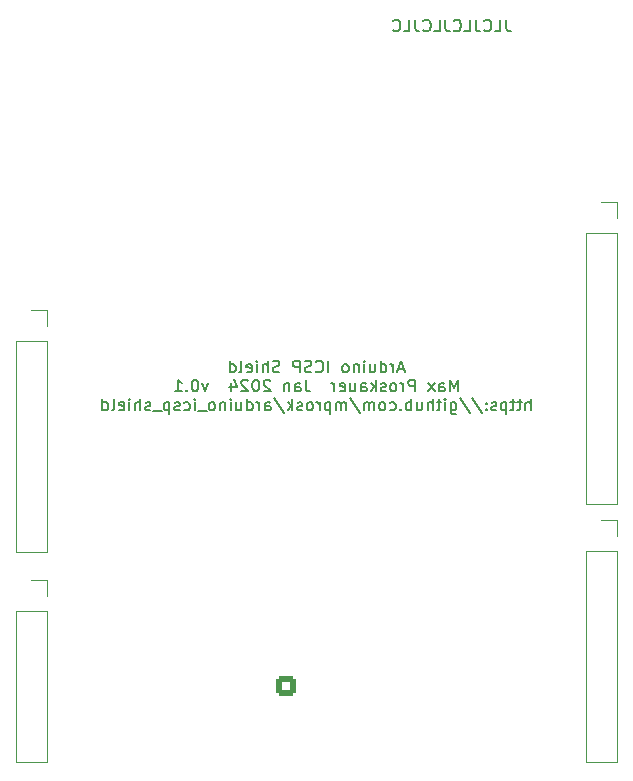
<source format=gbr>
%TF.GenerationSoftware,KiCad,Pcbnew,7.0.10-7.0.10~ubuntu22.04.1*%
%TF.CreationDate,2024-01-23T12:06:19-05:00*%
%TF.ProjectId,arduino_icsp_shield,61726475-696e-46f5-9f69-6373705f7368,0.1*%
%TF.SameCoordinates,Original*%
%TF.FileFunction,Legend,Bot*%
%TF.FilePolarity,Positive*%
%FSLAX46Y46*%
G04 Gerber Fmt 4.6, Leading zero omitted, Abs format (unit mm)*
G04 Created by KiCad (PCBNEW 7.0.10-7.0.10~ubuntu22.04.1) date 2024-01-23 12:06:19*
%MOMM*%
%LPD*%
G01*
G04 APERTURE LIST*
G04 Aperture macros list*
%AMRoundRect*
0 Rectangle with rounded corners*
0 $1 Rounding radius*
0 $2 $3 $4 $5 $6 $7 $8 $9 X,Y pos of 4 corners*
0 Add a 4 corners polygon primitive as box body*
4,1,4,$2,$3,$4,$5,$6,$7,$8,$9,$2,$3,0*
0 Add four circle primitives for the rounded corners*
1,1,$1+$1,$2,$3*
1,1,$1+$1,$4,$5*
1,1,$1+$1,$6,$7*
1,1,$1+$1,$8,$9*
0 Add four rect primitives between the rounded corners*
20,1,$1+$1,$2,$3,$4,$5,0*
20,1,$1+$1,$4,$5,$6,$7,0*
20,1,$1+$1,$6,$7,$8,$9,0*
20,1,$1+$1,$8,$9,$2,$3,0*%
G04 Aperture macros list end*
%ADD10C,0.150000*%
%ADD11C,0.120000*%
%ADD12RoundRect,0.250000X0.600000X-0.600000X0.600000X0.600000X-0.600000X0.600000X-0.600000X-0.600000X0*%
%ADD13C,1.700000*%
%ADD14C,3.200000*%
%ADD15R,1.700000X1.700000*%
%ADD16O,1.700000X1.700000*%
%ADD17R,1.800000X1.800000*%
%ADD18C,1.800000*%
G04 APERTURE END LIST*
D10*
X142719048Y-33414819D02*
X142719048Y-34129104D01*
X142719048Y-34129104D02*
X142766667Y-34271961D01*
X142766667Y-34271961D02*
X142861905Y-34367200D01*
X142861905Y-34367200D02*
X143004762Y-34414819D01*
X143004762Y-34414819D02*
X143100000Y-34414819D01*
X141766667Y-34414819D02*
X142242857Y-34414819D01*
X142242857Y-34414819D02*
X142242857Y-33414819D01*
X140861905Y-34319580D02*
X140909524Y-34367200D01*
X140909524Y-34367200D02*
X141052381Y-34414819D01*
X141052381Y-34414819D02*
X141147619Y-34414819D01*
X141147619Y-34414819D02*
X141290476Y-34367200D01*
X141290476Y-34367200D02*
X141385714Y-34271961D01*
X141385714Y-34271961D02*
X141433333Y-34176723D01*
X141433333Y-34176723D02*
X141480952Y-33986247D01*
X141480952Y-33986247D02*
X141480952Y-33843390D01*
X141480952Y-33843390D02*
X141433333Y-33652914D01*
X141433333Y-33652914D02*
X141385714Y-33557676D01*
X141385714Y-33557676D02*
X141290476Y-33462438D01*
X141290476Y-33462438D02*
X141147619Y-33414819D01*
X141147619Y-33414819D02*
X141052381Y-33414819D01*
X141052381Y-33414819D02*
X140909524Y-33462438D01*
X140909524Y-33462438D02*
X140861905Y-33510057D01*
X140147619Y-33414819D02*
X140147619Y-34129104D01*
X140147619Y-34129104D02*
X140195238Y-34271961D01*
X140195238Y-34271961D02*
X140290476Y-34367200D01*
X140290476Y-34367200D02*
X140433333Y-34414819D01*
X140433333Y-34414819D02*
X140528571Y-34414819D01*
X139195238Y-34414819D02*
X139671428Y-34414819D01*
X139671428Y-34414819D02*
X139671428Y-33414819D01*
X138290476Y-34319580D02*
X138338095Y-34367200D01*
X138338095Y-34367200D02*
X138480952Y-34414819D01*
X138480952Y-34414819D02*
X138576190Y-34414819D01*
X138576190Y-34414819D02*
X138719047Y-34367200D01*
X138719047Y-34367200D02*
X138814285Y-34271961D01*
X138814285Y-34271961D02*
X138861904Y-34176723D01*
X138861904Y-34176723D02*
X138909523Y-33986247D01*
X138909523Y-33986247D02*
X138909523Y-33843390D01*
X138909523Y-33843390D02*
X138861904Y-33652914D01*
X138861904Y-33652914D02*
X138814285Y-33557676D01*
X138814285Y-33557676D02*
X138719047Y-33462438D01*
X138719047Y-33462438D02*
X138576190Y-33414819D01*
X138576190Y-33414819D02*
X138480952Y-33414819D01*
X138480952Y-33414819D02*
X138338095Y-33462438D01*
X138338095Y-33462438D02*
X138290476Y-33510057D01*
X137576190Y-33414819D02*
X137576190Y-34129104D01*
X137576190Y-34129104D02*
X137623809Y-34271961D01*
X137623809Y-34271961D02*
X137719047Y-34367200D01*
X137719047Y-34367200D02*
X137861904Y-34414819D01*
X137861904Y-34414819D02*
X137957142Y-34414819D01*
X136623809Y-34414819D02*
X137099999Y-34414819D01*
X137099999Y-34414819D02*
X137099999Y-33414819D01*
X135719047Y-34319580D02*
X135766666Y-34367200D01*
X135766666Y-34367200D02*
X135909523Y-34414819D01*
X135909523Y-34414819D02*
X136004761Y-34414819D01*
X136004761Y-34414819D02*
X136147618Y-34367200D01*
X136147618Y-34367200D02*
X136242856Y-34271961D01*
X136242856Y-34271961D02*
X136290475Y-34176723D01*
X136290475Y-34176723D02*
X136338094Y-33986247D01*
X136338094Y-33986247D02*
X136338094Y-33843390D01*
X136338094Y-33843390D02*
X136290475Y-33652914D01*
X136290475Y-33652914D02*
X136242856Y-33557676D01*
X136242856Y-33557676D02*
X136147618Y-33462438D01*
X136147618Y-33462438D02*
X136004761Y-33414819D01*
X136004761Y-33414819D02*
X135909523Y-33414819D01*
X135909523Y-33414819D02*
X135766666Y-33462438D01*
X135766666Y-33462438D02*
X135719047Y-33510057D01*
X135004761Y-33414819D02*
X135004761Y-34129104D01*
X135004761Y-34129104D02*
X135052380Y-34271961D01*
X135052380Y-34271961D02*
X135147618Y-34367200D01*
X135147618Y-34367200D02*
X135290475Y-34414819D01*
X135290475Y-34414819D02*
X135385713Y-34414819D01*
X134052380Y-34414819D02*
X134528570Y-34414819D01*
X134528570Y-34414819D02*
X134528570Y-33414819D01*
X133147618Y-34319580D02*
X133195237Y-34367200D01*
X133195237Y-34367200D02*
X133338094Y-34414819D01*
X133338094Y-34414819D02*
X133433332Y-34414819D01*
X133433332Y-34414819D02*
X133576189Y-34367200D01*
X133576189Y-34367200D02*
X133671427Y-34271961D01*
X133671427Y-34271961D02*
X133719046Y-34176723D01*
X133719046Y-34176723D02*
X133766665Y-33986247D01*
X133766665Y-33986247D02*
X133766665Y-33843390D01*
X133766665Y-33843390D02*
X133719046Y-33652914D01*
X133719046Y-33652914D02*
X133671427Y-33557676D01*
X133671427Y-33557676D02*
X133576189Y-33462438D01*
X133576189Y-33462438D02*
X133433332Y-33414819D01*
X133433332Y-33414819D02*
X133338094Y-33414819D01*
X133338094Y-33414819D02*
X133195237Y-33462438D01*
X133195237Y-33462438D02*
X133147618Y-33510057D01*
X134050952Y-62999104D02*
X133574762Y-62999104D01*
X134146190Y-63284819D02*
X133812857Y-62284819D01*
X133812857Y-62284819D02*
X133479524Y-63284819D01*
X133146190Y-63284819D02*
X133146190Y-62618152D01*
X133146190Y-62808628D02*
X133098571Y-62713390D01*
X133098571Y-62713390D02*
X133050952Y-62665771D01*
X133050952Y-62665771D02*
X132955714Y-62618152D01*
X132955714Y-62618152D02*
X132860476Y-62618152D01*
X132098571Y-63284819D02*
X132098571Y-62284819D01*
X132098571Y-63237200D02*
X132193809Y-63284819D01*
X132193809Y-63284819D02*
X132384285Y-63284819D01*
X132384285Y-63284819D02*
X132479523Y-63237200D01*
X132479523Y-63237200D02*
X132527142Y-63189580D01*
X132527142Y-63189580D02*
X132574761Y-63094342D01*
X132574761Y-63094342D02*
X132574761Y-62808628D01*
X132574761Y-62808628D02*
X132527142Y-62713390D01*
X132527142Y-62713390D02*
X132479523Y-62665771D01*
X132479523Y-62665771D02*
X132384285Y-62618152D01*
X132384285Y-62618152D02*
X132193809Y-62618152D01*
X132193809Y-62618152D02*
X132098571Y-62665771D01*
X131193809Y-62618152D02*
X131193809Y-63284819D01*
X131622380Y-62618152D02*
X131622380Y-63141961D01*
X131622380Y-63141961D02*
X131574761Y-63237200D01*
X131574761Y-63237200D02*
X131479523Y-63284819D01*
X131479523Y-63284819D02*
X131336666Y-63284819D01*
X131336666Y-63284819D02*
X131241428Y-63237200D01*
X131241428Y-63237200D02*
X131193809Y-63189580D01*
X130717618Y-63284819D02*
X130717618Y-62618152D01*
X130717618Y-62284819D02*
X130765237Y-62332438D01*
X130765237Y-62332438D02*
X130717618Y-62380057D01*
X130717618Y-62380057D02*
X130669999Y-62332438D01*
X130669999Y-62332438D02*
X130717618Y-62284819D01*
X130717618Y-62284819D02*
X130717618Y-62380057D01*
X130241428Y-62618152D02*
X130241428Y-63284819D01*
X130241428Y-62713390D02*
X130193809Y-62665771D01*
X130193809Y-62665771D02*
X130098571Y-62618152D01*
X130098571Y-62618152D02*
X129955714Y-62618152D01*
X129955714Y-62618152D02*
X129860476Y-62665771D01*
X129860476Y-62665771D02*
X129812857Y-62761009D01*
X129812857Y-62761009D02*
X129812857Y-63284819D01*
X129193809Y-63284819D02*
X129289047Y-63237200D01*
X129289047Y-63237200D02*
X129336666Y-63189580D01*
X129336666Y-63189580D02*
X129384285Y-63094342D01*
X129384285Y-63094342D02*
X129384285Y-62808628D01*
X129384285Y-62808628D02*
X129336666Y-62713390D01*
X129336666Y-62713390D02*
X129289047Y-62665771D01*
X129289047Y-62665771D02*
X129193809Y-62618152D01*
X129193809Y-62618152D02*
X129050952Y-62618152D01*
X129050952Y-62618152D02*
X128955714Y-62665771D01*
X128955714Y-62665771D02*
X128908095Y-62713390D01*
X128908095Y-62713390D02*
X128860476Y-62808628D01*
X128860476Y-62808628D02*
X128860476Y-63094342D01*
X128860476Y-63094342D02*
X128908095Y-63189580D01*
X128908095Y-63189580D02*
X128955714Y-63237200D01*
X128955714Y-63237200D02*
X129050952Y-63284819D01*
X129050952Y-63284819D02*
X129193809Y-63284819D01*
X127669999Y-63284819D02*
X127669999Y-62284819D01*
X126622381Y-63189580D02*
X126670000Y-63237200D01*
X126670000Y-63237200D02*
X126812857Y-63284819D01*
X126812857Y-63284819D02*
X126908095Y-63284819D01*
X126908095Y-63284819D02*
X127050952Y-63237200D01*
X127050952Y-63237200D02*
X127146190Y-63141961D01*
X127146190Y-63141961D02*
X127193809Y-63046723D01*
X127193809Y-63046723D02*
X127241428Y-62856247D01*
X127241428Y-62856247D02*
X127241428Y-62713390D01*
X127241428Y-62713390D02*
X127193809Y-62522914D01*
X127193809Y-62522914D02*
X127146190Y-62427676D01*
X127146190Y-62427676D02*
X127050952Y-62332438D01*
X127050952Y-62332438D02*
X126908095Y-62284819D01*
X126908095Y-62284819D02*
X126812857Y-62284819D01*
X126812857Y-62284819D02*
X126670000Y-62332438D01*
X126670000Y-62332438D02*
X126622381Y-62380057D01*
X126241428Y-63237200D02*
X126098571Y-63284819D01*
X126098571Y-63284819D02*
X125860476Y-63284819D01*
X125860476Y-63284819D02*
X125765238Y-63237200D01*
X125765238Y-63237200D02*
X125717619Y-63189580D01*
X125717619Y-63189580D02*
X125670000Y-63094342D01*
X125670000Y-63094342D02*
X125670000Y-62999104D01*
X125670000Y-62999104D02*
X125717619Y-62903866D01*
X125717619Y-62903866D02*
X125765238Y-62856247D01*
X125765238Y-62856247D02*
X125860476Y-62808628D01*
X125860476Y-62808628D02*
X126050952Y-62761009D01*
X126050952Y-62761009D02*
X126146190Y-62713390D01*
X126146190Y-62713390D02*
X126193809Y-62665771D01*
X126193809Y-62665771D02*
X126241428Y-62570533D01*
X126241428Y-62570533D02*
X126241428Y-62475295D01*
X126241428Y-62475295D02*
X126193809Y-62380057D01*
X126193809Y-62380057D02*
X126146190Y-62332438D01*
X126146190Y-62332438D02*
X126050952Y-62284819D01*
X126050952Y-62284819D02*
X125812857Y-62284819D01*
X125812857Y-62284819D02*
X125670000Y-62332438D01*
X125241428Y-63284819D02*
X125241428Y-62284819D01*
X125241428Y-62284819D02*
X124860476Y-62284819D01*
X124860476Y-62284819D02*
X124765238Y-62332438D01*
X124765238Y-62332438D02*
X124717619Y-62380057D01*
X124717619Y-62380057D02*
X124670000Y-62475295D01*
X124670000Y-62475295D02*
X124670000Y-62618152D01*
X124670000Y-62618152D02*
X124717619Y-62713390D01*
X124717619Y-62713390D02*
X124765238Y-62761009D01*
X124765238Y-62761009D02*
X124860476Y-62808628D01*
X124860476Y-62808628D02*
X125241428Y-62808628D01*
X123527142Y-63237200D02*
X123384285Y-63284819D01*
X123384285Y-63284819D02*
X123146190Y-63284819D01*
X123146190Y-63284819D02*
X123050952Y-63237200D01*
X123050952Y-63237200D02*
X123003333Y-63189580D01*
X123003333Y-63189580D02*
X122955714Y-63094342D01*
X122955714Y-63094342D02*
X122955714Y-62999104D01*
X122955714Y-62999104D02*
X123003333Y-62903866D01*
X123003333Y-62903866D02*
X123050952Y-62856247D01*
X123050952Y-62856247D02*
X123146190Y-62808628D01*
X123146190Y-62808628D02*
X123336666Y-62761009D01*
X123336666Y-62761009D02*
X123431904Y-62713390D01*
X123431904Y-62713390D02*
X123479523Y-62665771D01*
X123479523Y-62665771D02*
X123527142Y-62570533D01*
X123527142Y-62570533D02*
X123527142Y-62475295D01*
X123527142Y-62475295D02*
X123479523Y-62380057D01*
X123479523Y-62380057D02*
X123431904Y-62332438D01*
X123431904Y-62332438D02*
X123336666Y-62284819D01*
X123336666Y-62284819D02*
X123098571Y-62284819D01*
X123098571Y-62284819D02*
X122955714Y-62332438D01*
X122527142Y-63284819D02*
X122527142Y-62284819D01*
X122098571Y-63284819D02*
X122098571Y-62761009D01*
X122098571Y-62761009D02*
X122146190Y-62665771D01*
X122146190Y-62665771D02*
X122241428Y-62618152D01*
X122241428Y-62618152D02*
X122384285Y-62618152D01*
X122384285Y-62618152D02*
X122479523Y-62665771D01*
X122479523Y-62665771D02*
X122527142Y-62713390D01*
X121622380Y-63284819D02*
X121622380Y-62618152D01*
X121622380Y-62284819D02*
X121669999Y-62332438D01*
X121669999Y-62332438D02*
X121622380Y-62380057D01*
X121622380Y-62380057D02*
X121574761Y-62332438D01*
X121574761Y-62332438D02*
X121622380Y-62284819D01*
X121622380Y-62284819D02*
X121622380Y-62380057D01*
X120765238Y-63237200D02*
X120860476Y-63284819D01*
X120860476Y-63284819D02*
X121050952Y-63284819D01*
X121050952Y-63284819D02*
X121146190Y-63237200D01*
X121146190Y-63237200D02*
X121193809Y-63141961D01*
X121193809Y-63141961D02*
X121193809Y-62761009D01*
X121193809Y-62761009D02*
X121146190Y-62665771D01*
X121146190Y-62665771D02*
X121050952Y-62618152D01*
X121050952Y-62618152D02*
X120860476Y-62618152D01*
X120860476Y-62618152D02*
X120765238Y-62665771D01*
X120765238Y-62665771D02*
X120717619Y-62761009D01*
X120717619Y-62761009D02*
X120717619Y-62856247D01*
X120717619Y-62856247D02*
X121193809Y-62951485D01*
X120146190Y-63284819D02*
X120241428Y-63237200D01*
X120241428Y-63237200D02*
X120289047Y-63141961D01*
X120289047Y-63141961D02*
X120289047Y-62284819D01*
X119336666Y-63284819D02*
X119336666Y-62284819D01*
X119336666Y-63237200D02*
X119431904Y-63284819D01*
X119431904Y-63284819D02*
X119622380Y-63284819D01*
X119622380Y-63284819D02*
X119717618Y-63237200D01*
X119717618Y-63237200D02*
X119765237Y-63189580D01*
X119765237Y-63189580D02*
X119812856Y-63094342D01*
X119812856Y-63094342D02*
X119812856Y-62808628D01*
X119812856Y-62808628D02*
X119765237Y-62713390D01*
X119765237Y-62713390D02*
X119717618Y-62665771D01*
X119717618Y-62665771D02*
X119622380Y-62618152D01*
X119622380Y-62618152D02*
X119431904Y-62618152D01*
X119431904Y-62618152D02*
X119336666Y-62665771D01*
X138622382Y-64894819D02*
X138622382Y-63894819D01*
X138622382Y-63894819D02*
X138289049Y-64609104D01*
X138289049Y-64609104D02*
X137955716Y-63894819D01*
X137955716Y-63894819D02*
X137955716Y-64894819D01*
X137050954Y-64894819D02*
X137050954Y-64371009D01*
X137050954Y-64371009D02*
X137098573Y-64275771D01*
X137098573Y-64275771D02*
X137193811Y-64228152D01*
X137193811Y-64228152D02*
X137384287Y-64228152D01*
X137384287Y-64228152D02*
X137479525Y-64275771D01*
X137050954Y-64847200D02*
X137146192Y-64894819D01*
X137146192Y-64894819D02*
X137384287Y-64894819D01*
X137384287Y-64894819D02*
X137479525Y-64847200D01*
X137479525Y-64847200D02*
X137527144Y-64751961D01*
X137527144Y-64751961D02*
X137527144Y-64656723D01*
X137527144Y-64656723D02*
X137479525Y-64561485D01*
X137479525Y-64561485D02*
X137384287Y-64513866D01*
X137384287Y-64513866D02*
X137146192Y-64513866D01*
X137146192Y-64513866D02*
X137050954Y-64466247D01*
X136670001Y-64894819D02*
X136146192Y-64228152D01*
X136670001Y-64228152D02*
X136146192Y-64894819D01*
X135003334Y-64894819D02*
X135003334Y-63894819D01*
X135003334Y-63894819D02*
X134622382Y-63894819D01*
X134622382Y-63894819D02*
X134527144Y-63942438D01*
X134527144Y-63942438D02*
X134479525Y-63990057D01*
X134479525Y-63990057D02*
X134431906Y-64085295D01*
X134431906Y-64085295D02*
X134431906Y-64228152D01*
X134431906Y-64228152D02*
X134479525Y-64323390D01*
X134479525Y-64323390D02*
X134527144Y-64371009D01*
X134527144Y-64371009D02*
X134622382Y-64418628D01*
X134622382Y-64418628D02*
X135003334Y-64418628D01*
X134003334Y-64894819D02*
X134003334Y-64228152D01*
X134003334Y-64418628D02*
X133955715Y-64323390D01*
X133955715Y-64323390D02*
X133908096Y-64275771D01*
X133908096Y-64275771D02*
X133812858Y-64228152D01*
X133812858Y-64228152D02*
X133717620Y-64228152D01*
X133241429Y-64894819D02*
X133336667Y-64847200D01*
X133336667Y-64847200D02*
X133384286Y-64799580D01*
X133384286Y-64799580D02*
X133431905Y-64704342D01*
X133431905Y-64704342D02*
X133431905Y-64418628D01*
X133431905Y-64418628D02*
X133384286Y-64323390D01*
X133384286Y-64323390D02*
X133336667Y-64275771D01*
X133336667Y-64275771D02*
X133241429Y-64228152D01*
X133241429Y-64228152D02*
X133098572Y-64228152D01*
X133098572Y-64228152D02*
X133003334Y-64275771D01*
X133003334Y-64275771D02*
X132955715Y-64323390D01*
X132955715Y-64323390D02*
X132908096Y-64418628D01*
X132908096Y-64418628D02*
X132908096Y-64704342D01*
X132908096Y-64704342D02*
X132955715Y-64799580D01*
X132955715Y-64799580D02*
X133003334Y-64847200D01*
X133003334Y-64847200D02*
X133098572Y-64894819D01*
X133098572Y-64894819D02*
X133241429Y-64894819D01*
X132527143Y-64847200D02*
X132431905Y-64894819D01*
X132431905Y-64894819D02*
X132241429Y-64894819D01*
X132241429Y-64894819D02*
X132146191Y-64847200D01*
X132146191Y-64847200D02*
X132098572Y-64751961D01*
X132098572Y-64751961D02*
X132098572Y-64704342D01*
X132098572Y-64704342D02*
X132146191Y-64609104D01*
X132146191Y-64609104D02*
X132241429Y-64561485D01*
X132241429Y-64561485D02*
X132384286Y-64561485D01*
X132384286Y-64561485D02*
X132479524Y-64513866D01*
X132479524Y-64513866D02*
X132527143Y-64418628D01*
X132527143Y-64418628D02*
X132527143Y-64371009D01*
X132527143Y-64371009D02*
X132479524Y-64275771D01*
X132479524Y-64275771D02*
X132384286Y-64228152D01*
X132384286Y-64228152D02*
X132241429Y-64228152D01*
X132241429Y-64228152D02*
X132146191Y-64275771D01*
X131670000Y-64894819D02*
X131670000Y-63894819D01*
X131574762Y-64513866D02*
X131289048Y-64894819D01*
X131289048Y-64228152D02*
X131670000Y-64609104D01*
X130431905Y-64894819D02*
X130431905Y-64371009D01*
X130431905Y-64371009D02*
X130479524Y-64275771D01*
X130479524Y-64275771D02*
X130574762Y-64228152D01*
X130574762Y-64228152D02*
X130765238Y-64228152D01*
X130765238Y-64228152D02*
X130860476Y-64275771D01*
X130431905Y-64847200D02*
X130527143Y-64894819D01*
X130527143Y-64894819D02*
X130765238Y-64894819D01*
X130765238Y-64894819D02*
X130860476Y-64847200D01*
X130860476Y-64847200D02*
X130908095Y-64751961D01*
X130908095Y-64751961D02*
X130908095Y-64656723D01*
X130908095Y-64656723D02*
X130860476Y-64561485D01*
X130860476Y-64561485D02*
X130765238Y-64513866D01*
X130765238Y-64513866D02*
X130527143Y-64513866D01*
X130527143Y-64513866D02*
X130431905Y-64466247D01*
X129527143Y-64228152D02*
X129527143Y-64894819D01*
X129955714Y-64228152D02*
X129955714Y-64751961D01*
X129955714Y-64751961D02*
X129908095Y-64847200D01*
X129908095Y-64847200D02*
X129812857Y-64894819D01*
X129812857Y-64894819D02*
X129670000Y-64894819D01*
X129670000Y-64894819D02*
X129574762Y-64847200D01*
X129574762Y-64847200D02*
X129527143Y-64799580D01*
X128670000Y-64847200D02*
X128765238Y-64894819D01*
X128765238Y-64894819D02*
X128955714Y-64894819D01*
X128955714Y-64894819D02*
X129050952Y-64847200D01*
X129050952Y-64847200D02*
X129098571Y-64751961D01*
X129098571Y-64751961D02*
X129098571Y-64371009D01*
X129098571Y-64371009D02*
X129050952Y-64275771D01*
X129050952Y-64275771D02*
X128955714Y-64228152D01*
X128955714Y-64228152D02*
X128765238Y-64228152D01*
X128765238Y-64228152D02*
X128670000Y-64275771D01*
X128670000Y-64275771D02*
X128622381Y-64371009D01*
X128622381Y-64371009D02*
X128622381Y-64466247D01*
X128622381Y-64466247D02*
X129098571Y-64561485D01*
X128193809Y-64894819D02*
X128193809Y-64228152D01*
X128193809Y-64418628D02*
X128146190Y-64323390D01*
X128146190Y-64323390D02*
X128098571Y-64275771D01*
X128098571Y-64275771D02*
X128003333Y-64228152D01*
X128003333Y-64228152D02*
X127908095Y-64228152D01*
X125765237Y-63894819D02*
X125765237Y-64609104D01*
X125765237Y-64609104D02*
X125812856Y-64751961D01*
X125812856Y-64751961D02*
X125908094Y-64847200D01*
X125908094Y-64847200D02*
X126050951Y-64894819D01*
X126050951Y-64894819D02*
X126146189Y-64894819D01*
X124860475Y-64894819D02*
X124860475Y-64371009D01*
X124860475Y-64371009D02*
X124908094Y-64275771D01*
X124908094Y-64275771D02*
X125003332Y-64228152D01*
X125003332Y-64228152D02*
X125193808Y-64228152D01*
X125193808Y-64228152D02*
X125289046Y-64275771D01*
X124860475Y-64847200D02*
X124955713Y-64894819D01*
X124955713Y-64894819D02*
X125193808Y-64894819D01*
X125193808Y-64894819D02*
X125289046Y-64847200D01*
X125289046Y-64847200D02*
X125336665Y-64751961D01*
X125336665Y-64751961D02*
X125336665Y-64656723D01*
X125336665Y-64656723D02*
X125289046Y-64561485D01*
X125289046Y-64561485D02*
X125193808Y-64513866D01*
X125193808Y-64513866D02*
X124955713Y-64513866D01*
X124955713Y-64513866D02*
X124860475Y-64466247D01*
X124384284Y-64228152D02*
X124384284Y-64894819D01*
X124384284Y-64323390D02*
X124336665Y-64275771D01*
X124336665Y-64275771D02*
X124241427Y-64228152D01*
X124241427Y-64228152D02*
X124098570Y-64228152D01*
X124098570Y-64228152D02*
X124003332Y-64275771D01*
X124003332Y-64275771D02*
X123955713Y-64371009D01*
X123955713Y-64371009D02*
X123955713Y-64894819D01*
X122765236Y-63990057D02*
X122717617Y-63942438D01*
X122717617Y-63942438D02*
X122622379Y-63894819D01*
X122622379Y-63894819D02*
X122384284Y-63894819D01*
X122384284Y-63894819D02*
X122289046Y-63942438D01*
X122289046Y-63942438D02*
X122241427Y-63990057D01*
X122241427Y-63990057D02*
X122193808Y-64085295D01*
X122193808Y-64085295D02*
X122193808Y-64180533D01*
X122193808Y-64180533D02*
X122241427Y-64323390D01*
X122241427Y-64323390D02*
X122812855Y-64894819D01*
X122812855Y-64894819D02*
X122193808Y-64894819D01*
X121574760Y-63894819D02*
X121479522Y-63894819D01*
X121479522Y-63894819D02*
X121384284Y-63942438D01*
X121384284Y-63942438D02*
X121336665Y-63990057D01*
X121336665Y-63990057D02*
X121289046Y-64085295D01*
X121289046Y-64085295D02*
X121241427Y-64275771D01*
X121241427Y-64275771D02*
X121241427Y-64513866D01*
X121241427Y-64513866D02*
X121289046Y-64704342D01*
X121289046Y-64704342D02*
X121336665Y-64799580D01*
X121336665Y-64799580D02*
X121384284Y-64847200D01*
X121384284Y-64847200D02*
X121479522Y-64894819D01*
X121479522Y-64894819D02*
X121574760Y-64894819D01*
X121574760Y-64894819D02*
X121669998Y-64847200D01*
X121669998Y-64847200D02*
X121717617Y-64799580D01*
X121717617Y-64799580D02*
X121765236Y-64704342D01*
X121765236Y-64704342D02*
X121812855Y-64513866D01*
X121812855Y-64513866D02*
X121812855Y-64275771D01*
X121812855Y-64275771D02*
X121765236Y-64085295D01*
X121765236Y-64085295D02*
X121717617Y-63990057D01*
X121717617Y-63990057D02*
X121669998Y-63942438D01*
X121669998Y-63942438D02*
X121574760Y-63894819D01*
X120860474Y-63990057D02*
X120812855Y-63942438D01*
X120812855Y-63942438D02*
X120717617Y-63894819D01*
X120717617Y-63894819D02*
X120479522Y-63894819D01*
X120479522Y-63894819D02*
X120384284Y-63942438D01*
X120384284Y-63942438D02*
X120336665Y-63990057D01*
X120336665Y-63990057D02*
X120289046Y-64085295D01*
X120289046Y-64085295D02*
X120289046Y-64180533D01*
X120289046Y-64180533D02*
X120336665Y-64323390D01*
X120336665Y-64323390D02*
X120908093Y-64894819D01*
X120908093Y-64894819D02*
X120289046Y-64894819D01*
X119431903Y-64228152D02*
X119431903Y-64894819D01*
X119669998Y-63847200D02*
X119908093Y-64561485D01*
X119908093Y-64561485D02*
X119289046Y-64561485D01*
X117479521Y-64228152D02*
X117241426Y-64894819D01*
X117241426Y-64894819D02*
X117003331Y-64228152D01*
X116431902Y-63894819D02*
X116336664Y-63894819D01*
X116336664Y-63894819D02*
X116241426Y-63942438D01*
X116241426Y-63942438D02*
X116193807Y-63990057D01*
X116193807Y-63990057D02*
X116146188Y-64085295D01*
X116146188Y-64085295D02*
X116098569Y-64275771D01*
X116098569Y-64275771D02*
X116098569Y-64513866D01*
X116098569Y-64513866D02*
X116146188Y-64704342D01*
X116146188Y-64704342D02*
X116193807Y-64799580D01*
X116193807Y-64799580D02*
X116241426Y-64847200D01*
X116241426Y-64847200D02*
X116336664Y-64894819D01*
X116336664Y-64894819D02*
X116431902Y-64894819D01*
X116431902Y-64894819D02*
X116527140Y-64847200D01*
X116527140Y-64847200D02*
X116574759Y-64799580D01*
X116574759Y-64799580D02*
X116622378Y-64704342D01*
X116622378Y-64704342D02*
X116669997Y-64513866D01*
X116669997Y-64513866D02*
X116669997Y-64275771D01*
X116669997Y-64275771D02*
X116622378Y-64085295D01*
X116622378Y-64085295D02*
X116574759Y-63990057D01*
X116574759Y-63990057D02*
X116527140Y-63942438D01*
X116527140Y-63942438D02*
X116431902Y-63894819D01*
X115669997Y-64799580D02*
X115622378Y-64847200D01*
X115622378Y-64847200D02*
X115669997Y-64894819D01*
X115669997Y-64894819D02*
X115717616Y-64847200D01*
X115717616Y-64847200D02*
X115669997Y-64799580D01*
X115669997Y-64799580D02*
X115669997Y-64894819D01*
X114669998Y-64894819D02*
X115241426Y-64894819D01*
X114955712Y-64894819D02*
X114955712Y-63894819D01*
X114955712Y-63894819D02*
X115050950Y-64037676D01*
X115050950Y-64037676D02*
X115146188Y-64132914D01*
X115146188Y-64132914D02*
X115241426Y-64180533D01*
X144789048Y-66504819D02*
X144789048Y-65504819D01*
X144360477Y-66504819D02*
X144360477Y-65981009D01*
X144360477Y-65981009D02*
X144408096Y-65885771D01*
X144408096Y-65885771D02*
X144503334Y-65838152D01*
X144503334Y-65838152D02*
X144646191Y-65838152D01*
X144646191Y-65838152D02*
X144741429Y-65885771D01*
X144741429Y-65885771D02*
X144789048Y-65933390D01*
X144027143Y-65838152D02*
X143646191Y-65838152D01*
X143884286Y-65504819D02*
X143884286Y-66361961D01*
X143884286Y-66361961D02*
X143836667Y-66457200D01*
X143836667Y-66457200D02*
X143741429Y-66504819D01*
X143741429Y-66504819D02*
X143646191Y-66504819D01*
X143455714Y-65838152D02*
X143074762Y-65838152D01*
X143312857Y-65504819D02*
X143312857Y-66361961D01*
X143312857Y-66361961D02*
X143265238Y-66457200D01*
X143265238Y-66457200D02*
X143170000Y-66504819D01*
X143170000Y-66504819D02*
X143074762Y-66504819D01*
X142741428Y-65838152D02*
X142741428Y-66838152D01*
X142741428Y-65885771D02*
X142646190Y-65838152D01*
X142646190Y-65838152D02*
X142455714Y-65838152D01*
X142455714Y-65838152D02*
X142360476Y-65885771D01*
X142360476Y-65885771D02*
X142312857Y-65933390D01*
X142312857Y-65933390D02*
X142265238Y-66028628D01*
X142265238Y-66028628D02*
X142265238Y-66314342D01*
X142265238Y-66314342D02*
X142312857Y-66409580D01*
X142312857Y-66409580D02*
X142360476Y-66457200D01*
X142360476Y-66457200D02*
X142455714Y-66504819D01*
X142455714Y-66504819D02*
X142646190Y-66504819D01*
X142646190Y-66504819D02*
X142741428Y-66457200D01*
X141884285Y-66457200D02*
X141789047Y-66504819D01*
X141789047Y-66504819D02*
X141598571Y-66504819D01*
X141598571Y-66504819D02*
X141503333Y-66457200D01*
X141503333Y-66457200D02*
X141455714Y-66361961D01*
X141455714Y-66361961D02*
X141455714Y-66314342D01*
X141455714Y-66314342D02*
X141503333Y-66219104D01*
X141503333Y-66219104D02*
X141598571Y-66171485D01*
X141598571Y-66171485D02*
X141741428Y-66171485D01*
X141741428Y-66171485D02*
X141836666Y-66123866D01*
X141836666Y-66123866D02*
X141884285Y-66028628D01*
X141884285Y-66028628D02*
X141884285Y-65981009D01*
X141884285Y-65981009D02*
X141836666Y-65885771D01*
X141836666Y-65885771D02*
X141741428Y-65838152D01*
X141741428Y-65838152D02*
X141598571Y-65838152D01*
X141598571Y-65838152D02*
X141503333Y-65885771D01*
X141027142Y-66409580D02*
X140979523Y-66457200D01*
X140979523Y-66457200D02*
X141027142Y-66504819D01*
X141027142Y-66504819D02*
X141074761Y-66457200D01*
X141074761Y-66457200D02*
X141027142Y-66409580D01*
X141027142Y-66409580D02*
X141027142Y-66504819D01*
X141027142Y-65885771D02*
X140979523Y-65933390D01*
X140979523Y-65933390D02*
X141027142Y-65981009D01*
X141027142Y-65981009D02*
X141074761Y-65933390D01*
X141074761Y-65933390D02*
X141027142Y-65885771D01*
X141027142Y-65885771D02*
X141027142Y-65981009D01*
X139836667Y-65457200D02*
X140693809Y-66742914D01*
X138789048Y-65457200D02*
X139646190Y-66742914D01*
X138027143Y-65838152D02*
X138027143Y-66647676D01*
X138027143Y-66647676D02*
X138074762Y-66742914D01*
X138074762Y-66742914D02*
X138122381Y-66790533D01*
X138122381Y-66790533D02*
X138217619Y-66838152D01*
X138217619Y-66838152D02*
X138360476Y-66838152D01*
X138360476Y-66838152D02*
X138455714Y-66790533D01*
X138027143Y-66457200D02*
X138122381Y-66504819D01*
X138122381Y-66504819D02*
X138312857Y-66504819D01*
X138312857Y-66504819D02*
X138408095Y-66457200D01*
X138408095Y-66457200D02*
X138455714Y-66409580D01*
X138455714Y-66409580D02*
X138503333Y-66314342D01*
X138503333Y-66314342D02*
X138503333Y-66028628D01*
X138503333Y-66028628D02*
X138455714Y-65933390D01*
X138455714Y-65933390D02*
X138408095Y-65885771D01*
X138408095Y-65885771D02*
X138312857Y-65838152D01*
X138312857Y-65838152D02*
X138122381Y-65838152D01*
X138122381Y-65838152D02*
X138027143Y-65885771D01*
X137550952Y-66504819D02*
X137550952Y-65838152D01*
X137550952Y-65504819D02*
X137598571Y-65552438D01*
X137598571Y-65552438D02*
X137550952Y-65600057D01*
X137550952Y-65600057D02*
X137503333Y-65552438D01*
X137503333Y-65552438D02*
X137550952Y-65504819D01*
X137550952Y-65504819D02*
X137550952Y-65600057D01*
X137217619Y-65838152D02*
X136836667Y-65838152D01*
X137074762Y-65504819D02*
X137074762Y-66361961D01*
X137074762Y-66361961D02*
X137027143Y-66457200D01*
X137027143Y-66457200D02*
X136931905Y-66504819D01*
X136931905Y-66504819D02*
X136836667Y-66504819D01*
X136503333Y-66504819D02*
X136503333Y-65504819D01*
X136074762Y-66504819D02*
X136074762Y-65981009D01*
X136074762Y-65981009D02*
X136122381Y-65885771D01*
X136122381Y-65885771D02*
X136217619Y-65838152D01*
X136217619Y-65838152D02*
X136360476Y-65838152D01*
X136360476Y-65838152D02*
X136455714Y-65885771D01*
X136455714Y-65885771D02*
X136503333Y-65933390D01*
X135170000Y-65838152D02*
X135170000Y-66504819D01*
X135598571Y-65838152D02*
X135598571Y-66361961D01*
X135598571Y-66361961D02*
X135550952Y-66457200D01*
X135550952Y-66457200D02*
X135455714Y-66504819D01*
X135455714Y-66504819D02*
X135312857Y-66504819D01*
X135312857Y-66504819D02*
X135217619Y-66457200D01*
X135217619Y-66457200D02*
X135170000Y-66409580D01*
X134693809Y-66504819D02*
X134693809Y-65504819D01*
X134693809Y-65885771D02*
X134598571Y-65838152D01*
X134598571Y-65838152D02*
X134408095Y-65838152D01*
X134408095Y-65838152D02*
X134312857Y-65885771D01*
X134312857Y-65885771D02*
X134265238Y-65933390D01*
X134265238Y-65933390D02*
X134217619Y-66028628D01*
X134217619Y-66028628D02*
X134217619Y-66314342D01*
X134217619Y-66314342D02*
X134265238Y-66409580D01*
X134265238Y-66409580D02*
X134312857Y-66457200D01*
X134312857Y-66457200D02*
X134408095Y-66504819D01*
X134408095Y-66504819D02*
X134598571Y-66504819D01*
X134598571Y-66504819D02*
X134693809Y-66457200D01*
X133789047Y-66409580D02*
X133741428Y-66457200D01*
X133741428Y-66457200D02*
X133789047Y-66504819D01*
X133789047Y-66504819D02*
X133836666Y-66457200D01*
X133836666Y-66457200D02*
X133789047Y-66409580D01*
X133789047Y-66409580D02*
X133789047Y-66504819D01*
X132884286Y-66457200D02*
X132979524Y-66504819D01*
X132979524Y-66504819D02*
X133170000Y-66504819D01*
X133170000Y-66504819D02*
X133265238Y-66457200D01*
X133265238Y-66457200D02*
X133312857Y-66409580D01*
X133312857Y-66409580D02*
X133360476Y-66314342D01*
X133360476Y-66314342D02*
X133360476Y-66028628D01*
X133360476Y-66028628D02*
X133312857Y-65933390D01*
X133312857Y-65933390D02*
X133265238Y-65885771D01*
X133265238Y-65885771D02*
X133170000Y-65838152D01*
X133170000Y-65838152D02*
X132979524Y-65838152D01*
X132979524Y-65838152D02*
X132884286Y-65885771D01*
X132312857Y-66504819D02*
X132408095Y-66457200D01*
X132408095Y-66457200D02*
X132455714Y-66409580D01*
X132455714Y-66409580D02*
X132503333Y-66314342D01*
X132503333Y-66314342D02*
X132503333Y-66028628D01*
X132503333Y-66028628D02*
X132455714Y-65933390D01*
X132455714Y-65933390D02*
X132408095Y-65885771D01*
X132408095Y-65885771D02*
X132312857Y-65838152D01*
X132312857Y-65838152D02*
X132170000Y-65838152D01*
X132170000Y-65838152D02*
X132074762Y-65885771D01*
X132074762Y-65885771D02*
X132027143Y-65933390D01*
X132027143Y-65933390D02*
X131979524Y-66028628D01*
X131979524Y-66028628D02*
X131979524Y-66314342D01*
X131979524Y-66314342D02*
X132027143Y-66409580D01*
X132027143Y-66409580D02*
X132074762Y-66457200D01*
X132074762Y-66457200D02*
X132170000Y-66504819D01*
X132170000Y-66504819D02*
X132312857Y-66504819D01*
X131550952Y-66504819D02*
X131550952Y-65838152D01*
X131550952Y-65933390D02*
X131503333Y-65885771D01*
X131503333Y-65885771D02*
X131408095Y-65838152D01*
X131408095Y-65838152D02*
X131265238Y-65838152D01*
X131265238Y-65838152D02*
X131170000Y-65885771D01*
X131170000Y-65885771D02*
X131122381Y-65981009D01*
X131122381Y-65981009D02*
X131122381Y-66504819D01*
X131122381Y-65981009D02*
X131074762Y-65885771D01*
X131074762Y-65885771D02*
X130979524Y-65838152D01*
X130979524Y-65838152D02*
X130836667Y-65838152D01*
X130836667Y-65838152D02*
X130741428Y-65885771D01*
X130741428Y-65885771D02*
X130693809Y-65981009D01*
X130693809Y-65981009D02*
X130693809Y-66504819D01*
X129503334Y-65457200D02*
X130360476Y-66742914D01*
X129170000Y-66504819D02*
X129170000Y-65838152D01*
X129170000Y-65933390D02*
X129122381Y-65885771D01*
X129122381Y-65885771D02*
X129027143Y-65838152D01*
X129027143Y-65838152D02*
X128884286Y-65838152D01*
X128884286Y-65838152D02*
X128789048Y-65885771D01*
X128789048Y-65885771D02*
X128741429Y-65981009D01*
X128741429Y-65981009D02*
X128741429Y-66504819D01*
X128741429Y-65981009D02*
X128693810Y-65885771D01*
X128693810Y-65885771D02*
X128598572Y-65838152D01*
X128598572Y-65838152D02*
X128455715Y-65838152D01*
X128455715Y-65838152D02*
X128360476Y-65885771D01*
X128360476Y-65885771D02*
X128312857Y-65981009D01*
X128312857Y-65981009D02*
X128312857Y-66504819D01*
X127836667Y-65838152D02*
X127836667Y-66838152D01*
X127836667Y-65885771D02*
X127741429Y-65838152D01*
X127741429Y-65838152D02*
X127550953Y-65838152D01*
X127550953Y-65838152D02*
X127455715Y-65885771D01*
X127455715Y-65885771D02*
X127408096Y-65933390D01*
X127408096Y-65933390D02*
X127360477Y-66028628D01*
X127360477Y-66028628D02*
X127360477Y-66314342D01*
X127360477Y-66314342D02*
X127408096Y-66409580D01*
X127408096Y-66409580D02*
X127455715Y-66457200D01*
X127455715Y-66457200D02*
X127550953Y-66504819D01*
X127550953Y-66504819D02*
X127741429Y-66504819D01*
X127741429Y-66504819D02*
X127836667Y-66457200D01*
X126931905Y-66504819D02*
X126931905Y-65838152D01*
X126931905Y-66028628D02*
X126884286Y-65933390D01*
X126884286Y-65933390D02*
X126836667Y-65885771D01*
X126836667Y-65885771D02*
X126741429Y-65838152D01*
X126741429Y-65838152D02*
X126646191Y-65838152D01*
X126170000Y-66504819D02*
X126265238Y-66457200D01*
X126265238Y-66457200D02*
X126312857Y-66409580D01*
X126312857Y-66409580D02*
X126360476Y-66314342D01*
X126360476Y-66314342D02*
X126360476Y-66028628D01*
X126360476Y-66028628D02*
X126312857Y-65933390D01*
X126312857Y-65933390D02*
X126265238Y-65885771D01*
X126265238Y-65885771D02*
X126170000Y-65838152D01*
X126170000Y-65838152D02*
X126027143Y-65838152D01*
X126027143Y-65838152D02*
X125931905Y-65885771D01*
X125931905Y-65885771D02*
X125884286Y-65933390D01*
X125884286Y-65933390D02*
X125836667Y-66028628D01*
X125836667Y-66028628D02*
X125836667Y-66314342D01*
X125836667Y-66314342D02*
X125884286Y-66409580D01*
X125884286Y-66409580D02*
X125931905Y-66457200D01*
X125931905Y-66457200D02*
X126027143Y-66504819D01*
X126027143Y-66504819D02*
X126170000Y-66504819D01*
X125455714Y-66457200D02*
X125360476Y-66504819D01*
X125360476Y-66504819D02*
X125170000Y-66504819D01*
X125170000Y-66504819D02*
X125074762Y-66457200D01*
X125074762Y-66457200D02*
X125027143Y-66361961D01*
X125027143Y-66361961D02*
X125027143Y-66314342D01*
X125027143Y-66314342D02*
X125074762Y-66219104D01*
X125074762Y-66219104D02*
X125170000Y-66171485D01*
X125170000Y-66171485D02*
X125312857Y-66171485D01*
X125312857Y-66171485D02*
X125408095Y-66123866D01*
X125408095Y-66123866D02*
X125455714Y-66028628D01*
X125455714Y-66028628D02*
X125455714Y-65981009D01*
X125455714Y-65981009D02*
X125408095Y-65885771D01*
X125408095Y-65885771D02*
X125312857Y-65838152D01*
X125312857Y-65838152D02*
X125170000Y-65838152D01*
X125170000Y-65838152D02*
X125074762Y-65885771D01*
X124598571Y-66504819D02*
X124598571Y-65504819D01*
X124503333Y-66123866D02*
X124217619Y-66504819D01*
X124217619Y-65838152D02*
X124598571Y-66219104D01*
X123074762Y-65457200D02*
X123931904Y-66742914D01*
X122312857Y-66504819D02*
X122312857Y-65981009D01*
X122312857Y-65981009D02*
X122360476Y-65885771D01*
X122360476Y-65885771D02*
X122455714Y-65838152D01*
X122455714Y-65838152D02*
X122646190Y-65838152D01*
X122646190Y-65838152D02*
X122741428Y-65885771D01*
X122312857Y-66457200D02*
X122408095Y-66504819D01*
X122408095Y-66504819D02*
X122646190Y-66504819D01*
X122646190Y-66504819D02*
X122741428Y-66457200D01*
X122741428Y-66457200D02*
X122789047Y-66361961D01*
X122789047Y-66361961D02*
X122789047Y-66266723D01*
X122789047Y-66266723D02*
X122741428Y-66171485D01*
X122741428Y-66171485D02*
X122646190Y-66123866D01*
X122646190Y-66123866D02*
X122408095Y-66123866D01*
X122408095Y-66123866D02*
X122312857Y-66076247D01*
X121836666Y-66504819D02*
X121836666Y-65838152D01*
X121836666Y-66028628D02*
X121789047Y-65933390D01*
X121789047Y-65933390D02*
X121741428Y-65885771D01*
X121741428Y-65885771D02*
X121646190Y-65838152D01*
X121646190Y-65838152D02*
X121550952Y-65838152D01*
X120789047Y-66504819D02*
X120789047Y-65504819D01*
X120789047Y-66457200D02*
X120884285Y-66504819D01*
X120884285Y-66504819D02*
X121074761Y-66504819D01*
X121074761Y-66504819D02*
X121169999Y-66457200D01*
X121169999Y-66457200D02*
X121217618Y-66409580D01*
X121217618Y-66409580D02*
X121265237Y-66314342D01*
X121265237Y-66314342D02*
X121265237Y-66028628D01*
X121265237Y-66028628D02*
X121217618Y-65933390D01*
X121217618Y-65933390D02*
X121169999Y-65885771D01*
X121169999Y-65885771D02*
X121074761Y-65838152D01*
X121074761Y-65838152D02*
X120884285Y-65838152D01*
X120884285Y-65838152D02*
X120789047Y-65885771D01*
X119884285Y-65838152D02*
X119884285Y-66504819D01*
X120312856Y-65838152D02*
X120312856Y-66361961D01*
X120312856Y-66361961D02*
X120265237Y-66457200D01*
X120265237Y-66457200D02*
X120169999Y-66504819D01*
X120169999Y-66504819D02*
X120027142Y-66504819D01*
X120027142Y-66504819D02*
X119931904Y-66457200D01*
X119931904Y-66457200D02*
X119884285Y-66409580D01*
X119408094Y-66504819D02*
X119408094Y-65838152D01*
X119408094Y-65504819D02*
X119455713Y-65552438D01*
X119455713Y-65552438D02*
X119408094Y-65600057D01*
X119408094Y-65600057D02*
X119360475Y-65552438D01*
X119360475Y-65552438D02*
X119408094Y-65504819D01*
X119408094Y-65504819D02*
X119408094Y-65600057D01*
X118931904Y-65838152D02*
X118931904Y-66504819D01*
X118931904Y-65933390D02*
X118884285Y-65885771D01*
X118884285Y-65885771D02*
X118789047Y-65838152D01*
X118789047Y-65838152D02*
X118646190Y-65838152D01*
X118646190Y-65838152D02*
X118550952Y-65885771D01*
X118550952Y-65885771D02*
X118503333Y-65981009D01*
X118503333Y-65981009D02*
X118503333Y-66504819D01*
X117884285Y-66504819D02*
X117979523Y-66457200D01*
X117979523Y-66457200D02*
X118027142Y-66409580D01*
X118027142Y-66409580D02*
X118074761Y-66314342D01*
X118074761Y-66314342D02*
X118074761Y-66028628D01*
X118074761Y-66028628D02*
X118027142Y-65933390D01*
X118027142Y-65933390D02*
X117979523Y-65885771D01*
X117979523Y-65885771D02*
X117884285Y-65838152D01*
X117884285Y-65838152D02*
X117741428Y-65838152D01*
X117741428Y-65838152D02*
X117646190Y-65885771D01*
X117646190Y-65885771D02*
X117598571Y-65933390D01*
X117598571Y-65933390D02*
X117550952Y-66028628D01*
X117550952Y-66028628D02*
X117550952Y-66314342D01*
X117550952Y-66314342D02*
X117598571Y-66409580D01*
X117598571Y-66409580D02*
X117646190Y-66457200D01*
X117646190Y-66457200D02*
X117741428Y-66504819D01*
X117741428Y-66504819D02*
X117884285Y-66504819D01*
X117360476Y-66600057D02*
X116598571Y-66600057D01*
X116360475Y-66504819D02*
X116360475Y-65838152D01*
X116360475Y-65504819D02*
X116408094Y-65552438D01*
X116408094Y-65552438D02*
X116360475Y-65600057D01*
X116360475Y-65600057D02*
X116312856Y-65552438D01*
X116312856Y-65552438D02*
X116360475Y-65504819D01*
X116360475Y-65504819D02*
X116360475Y-65600057D01*
X115455714Y-66457200D02*
X115550952Y-66504819D01*
X115550952Y-66504819D02*
X115741428Y-66504819D01*
X115741428Y-66504819D02*
X115836666Y-66457200D01*
X115836666Y-66457200D02*
X115884285Y-66409580D01*
X115884285Y-66409580D02*
X115931904Y-66314342D01*
X115931904Y-66314342D02*
X115931904Y-66028628D01*
X115931904Y-66028628D02*
X115884285Y-65933390D01*
X115884285Y-65933390D02*
X115836666Y-65885771D01*
X115836666Y-65885771D02*
X115741428Y-65838152D01*
X115741428Y-65838152D02*
X115550952Y-65838152D01*
X115550952Y-65838152D02*
X115455714Y-65885771D01*
X115074761Y-66457200D02*
X114979523Y-66504819D01*
X114979523Y-66504819D02*
X114789047Y-66504819D01*
X114789047Y-66504819D02*
X114693809Y-66457200D01*
X114693809Y-66457200D02*
X114646190Y-66361961D01*
X114646190Y-66361961D02*
X114646190Y-66314342D01*
X114646190Y-66314342D02*
X114693809Y-66219104D01*
X114693809Y-66219104D02*
X114789047Y-66171485D01*
X114789047Y-66171485D02*
X114931904Y-66171485D01*
X114931904Y-66171485D02*
X115027142Y-66123866D01*
X115027142Y-66123866D02*
X115074761Y-66028628D01*
X115074761Y-66028628D02*
X115074761Y-65981009D01*
X115074761Y-65981009D02*
X115027142Y-65885771D01*
X115027142Y-65885771D02*
X114931904Y-65838152D01*
X114931904Y-65838152D02*
X114789047Y-65838152D01*
X114789047Y-65838152D02*
X114693809Y-65885771D01*
X114217618Y-65838152D02*
X114217618Y-66838152D01*
X114217618Y-65885771D02*
X114122380Y-65838152D01*
X114122380Y-65838152D02*
X113931904Y-65838152D01*
X113931904Y-65838152D02*
X113836666Y-65885771D01*
X113836666Y-65885771D02*
X113789047Y-65933390D01*
X113789047Y-65933390D02*
X113741428Y-66028628D01*
X113741428Y-66028628D02*
X113741428Y-66314342D01*
X113741428Y-66314342D02*
X113789047Y-66409580D01*
X113789047Y-66409580D02*
X113836666Y-66457200D01*
X113836666Y-66457200D02*
X113931904Y-66504819D01*
X113931904Y-66504819D02*
X114122380Y-66504819D01*
X114122380Y-66504819D02*
X114217618Y-66457200D01*
X113550952Y-66600057D02*
X112789047Y-66600057D01*
X112598570Y-66457200D02*
X112503332Y-66504819D01*
X112503332Y-66504819D02*
X112312856Y-66504819D01*
X112312856Y-66504819D02*
X112217618Y-66457200D01*
X112217618Y-66457200D02*
X112169999Y-66361961D01*
X112169999Y-66361961D02*
X112169999Y-66314342D01*
X112169999Y-66314342D02*
X112217618Y-66219104D01*
X112217618Y-66219104D02*
X112312856Y-66171485D01*
X112312856Y-66171485D02*
X112455713Y-66171485D01*
X112455713Y-66171485D02*
X112550951Y-66123866D01*
X112550951Y-66123866D02*
X112598570Y-66028628D01*
X112598570Y-66028628D02*
X112598570Y-65981009D01*
X112598570Y-65981009D02*
X112550951Y-65885771D01*
X112550951Y-65885771D02*
X112455713Y-65838152D01*
X112455713Y-65838152D02*
X112312856Y-65838152D01*
X112312856Y-65838152D02*
X112217618Y-65885771D01*
X111741427Y-66504819D02*
X111741427Y-65504819D01*
X111312856Y-66504819D02*
X111312856Y-65981009D01*
X111312856Y-65981009D02*
X111360475Y-65885771D01*
X111360475Y-65885771D02*
X111455713Y-65838152D01*
X111455713Y-65838152D02*
X111598570Y-65838152D01*
X111598570Y-65838152D02*
X111693808Y-65885771D01*
X111693808Y-65885771D02*
X111741427Y-65933390D01*
X110836665Y-66504819D02*
X110836665Y-65838152D01*
X110836665Y-65504819D02*
X110884284Y-65552438D01*
X110884284Y-65552438D02*
X110836665Y-65600057D01*
X110836665Y-65600057D02*
X110789046Y-65552438D01*
X110789046Y-65552438D02*
X110836665Y-65504819D01*
X110836665Y-65504819D02*
X110836665Y-65600057D01*
X109979523Y-66457200D02*
X110074761Y-66504819D01*
X110074761Y-66504819D02*
X110265237Y-66504819D01*
X110265237Y-66504819D02*
X110360475Y-66457200D01*
X110360475Y-66457200D02*
X110408094Y-66361961D01*
X110408094Y-66361961D02*
X110408094Y-65981009D01*
X110408094Y-65981009D02*
X110360475Y-65885771D01*
X110360475Y-65885771D02*
X110265237Y-65838152D01*
X110265237Y-65838152D02*
X110074761Y-65838152D01*
X110074761Y-65838152D02*
X109979523Y-65885771D01*
X109979523Y-65885771D02*
X109931904Y-65981009D01*
X109931904Y-65981009D02*
X109931904Y-66076247D01*
X109931904Y-66076247D02*
X110408094Y-66171485D01*
X109360475Y-66504819D02*
X109455713Y-66457200D01*
X109455713Y-66457200D02*
X109503332Y-66361961D01*
X109503332Y-66361961D02*
X109503332Y-65504819D01*
X108550951Y-66504819D02*
X108550951Y-65504819D01*
X108550951Y-66457200D02*
X108646189Y-66504819D01*
X108646189Y-66504819D02*
X108836665Y-66504819D01*
X108836665Y-66504819D02*
X108931903Y-66457200D01*
X108931903Y-66457200D02*
X108979522Y-66409580D01*
X108979522Y-66409580D02*
X109027141Y-66314342D01*
X109027141Y-66314342D02*
X109027141Y-66028628D01*
X109027141Y-66028628D02*
X108979522Y-65933390D01*
X108979522Y-65933390D02*
X108931903Y-65885771D01*
X108931903Y-65885771D02*
X108836665Y-65838152D01*
X108836665Y-65838152D02*
X108646189Y-65838152D01*
X108646189Y-65838152D02*
X108550951Y-65885771D01*
D11*
%TO.C,J1*%
X103870000Y-78470000D02*
X101210000Y-78470000D01*
X103870000Y-60630000D02*
X103870000Y-78470000D01*
X103870000Y-60630000D02*
X101210000Y-60630000D01*
X103870000Y-59360000D02*
X103870000Y-58030000D01*
X103870000Y-58030000D02*
X102540000Y-58030000D01*
X101210000Y-60630000D02*
X101210000Y-78470000D01*
%TO.C,J3*%
X103870000Y-96250000D02*
X101210000Y-96250000D01*
X103870000Y-83490000D02*
X103870000Y-96250000D01*
X103870000Y-83490000D02*
X101210000Y-83490000D01*
X103870000Y-82220000D02*
X103870000Y-80890000D01*
X103870000Y-80890000D02*
X102540000Y-80890000D01*
X101210000Y-83490000D02*
X101210000Y-96250000D01*
%TO.C,J2*%
X152130000Y-74406000D02*
X149470000Y-74406000D01*
X152130000Y-51486000D02*
X152130000Y-74406000D01*
X152130000Y-51486000D02*
X149470000Y-51486000D01*
X152130000Y-50216000D02*
X152130000Y-48886000D01*
X152130000Y-48886000D02*
X150800000Y-48886000D01*
X149470000Y-51486000D02*
X149470000Y-74406000D01*
%TO.C,J4*%
X152130000Y-96250000D02*
X149470000Y-96250000D01*
X152130000Y-78410000D02*
X152130000Y-96250000D01*
X152130000Y-78410000D02*
X149470000Y-78410000D01*
X152130000Y-77140000D02*
X152130000Y-75810000D01*
X152130000Y-75810000D02*
X150800000Y-75810000D01*
X149470000Y-78410000D02*
X149470000Y-96250000D01*
%TD*%
%LPC*%
D12*
%TO.C,J5*%
X124130000Y-89840000D03*
D13*
X124130000Y-87300000D03*
X126670000Y-89840000D03*
X126670000Y-87300000D03*
X129210000Y-89840000D03*
X129210000Y-87300000D03*
%TD*%
D14*
%TO.C,MH1*%
X150800000Y-46660000D03*
%TD*%
D15*
%TO.C,JP1*%
X110160000Y-69520000D03*
D16*
X112700000Y-69520000D03*
X115240000Y-69520000D03*
%TD*%
D17*
%TO.C,D2*%
X107620000Y-60630000D03*
D18*
X110160000Y-60630000D03*
%TD*%
D17*
%TO.C,D3*%
X107620000Y-54280000D03*
D18*
X110160000Y-54280000D03*
%TD*%
D17*
%TO.C,D1*%
X107620000Y-47930000D03*
D18*
X110160000Y-47930000D03*
%TD*%
D15*
%TO.C,JP2*%
X112700000Y-75870000D03*
D16*
X112700000Y-78410000D03*
%TD*%
D14*
%TO.C,MH2*%
X102540000Y-45390000D03*
%TD*%
%TO.C,MH3*%
X135560000Y-97460000D03*
%TD*%
%TO.C,MH4*%
X107620000Y-97460000D03*
%TD*%
D15*
%TO.C,J1*%
X102540000Y-59360000D03*
D16*
X102540000Y-61900000D03*
X102540000Y-64440000D03*
X102540000Y-66980000D03*
X102540000Y-69520000D03*
X102540000Y-72060000D03*
X102540000Y-74600000D03*
X102540000Y-77140000D03*
%TD*%
D15*
%TO.C,J3*%
X102540000Y-82220000D03*
D16*
X102540000Y-84760000D03*
X102540000Y-87300000D03*
X102540000Y-89840000D03*
X102540000Y-92380000D03*
X102540000Y-94920000D03*
%TD*%
D15*
%TO.C,J2*%
X150800000Y-50216000D03*
D16*
X150800000Y-52756000D03*
X150800000Y-55296000D03*
X150800000Y-57836000D03*
X150800000Y-60376000D03*
X150800000Y-62916000D03*
X150800000Y-65456000D03*
X150800000Y-67996000D03*
X150800000Y-70536000D03*
X150800000Y-73076000D03*
%TD*%
D15*
%TO.C,J4*%
X150800000Y-77140000D03*
D16*
X150800000Y-79680000D03*
X150800000Y-82220000D03*
X150800000Y-84760000D03*
X150800000Y-87300000D03*
X150800000Y-89840000D03*
X150800000Y-92380000D03*
X150800000Y-94920000D03*
%TD*%
%LPD*%
M02*

</source>
